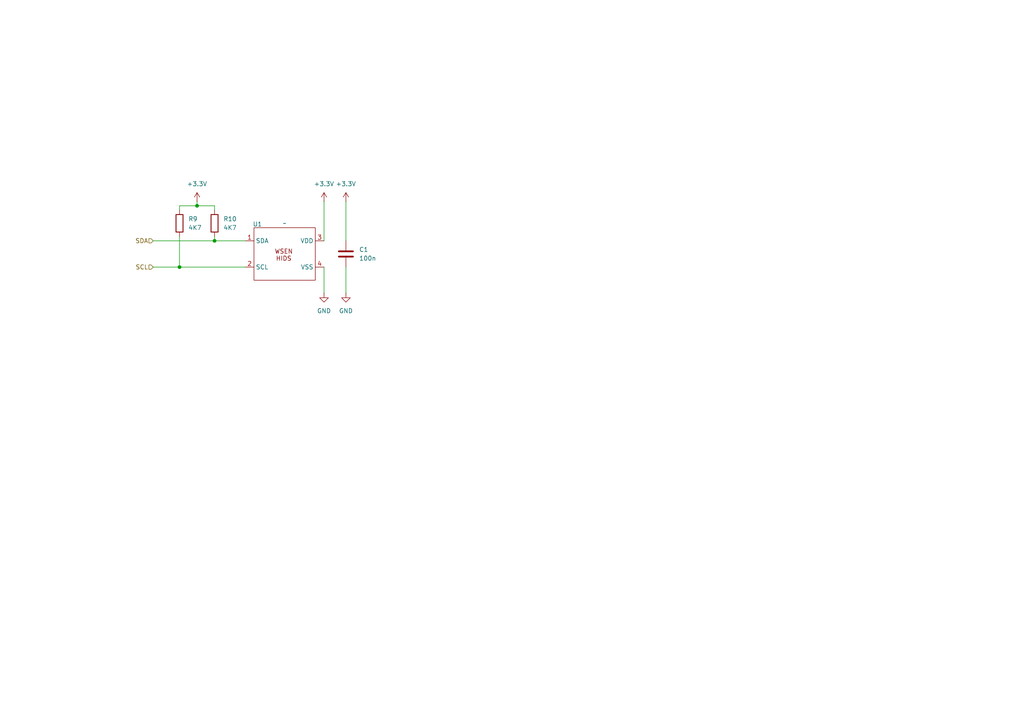
<source format=kicad_sch>
(kicad_sch
	(version 20250114)
	(generator "eeschema")
	(generator_version "9.0")
	(uuid "1f5b1452-fb2b-4839-972a-51128bfee966")
	(paper "A4")
	(lib_symbols
		(symbol "Device:C"
			(pin_numbers
				(hide yes)
			)
			(pin_names
				(offset 0.254)
			)
			(exclude_from_sim no)
			(in_bom yes)
			(on_board yes)
			(property "Reference" "C"
				(at 0.635 2.54 0)
				(effects
					(font
						(size 1.27 1.27)
					)
					(justify left)
				)
			)
			(property "Value" "C"
				(at 0.635 -2.54 0)
				(effects
					(font
						(size 1.27 1.27)
					)
					(justify left)
				)
			)
			(property "Footprint" ""
				(at 0.9652 -3.81 0)
				(effects
					(font
						(size 1.27 1.27)
					)
					(hide yes)
				)
			)
			(property "Datasheet" "~"
				(at 0 0 0)
				(effects
					(font
						(size 1.27 1.27)
					)
					(hide yes)
				)
			)
			(property "Description" "Unpolarized capacitor"
				(at 0 0 0)
				(effects
					(font
						(size 1.27 1.27)
					)
					(hide yes)
				)
			)
			(property "ki_keywords" "cap capacitor"
				(at 0 0 0)
				(effects
					(font
						(size 1.27 1.27)
					)
					(hide yes)
				)
			)
			(property "ki_fp_filters" "C_*"
				(at 0 0 0)
				(effects
					(font
						(size 1.27 1.27)
					)
					(hide yes)
				)
			)
			(symbol "C_0_1"
				(polyline
					(pts
						(xy -2.032 0.762) (xy 2.032 0.762)
					)
					(stroke
						(width 0.508)
						(type default)
					)
					(fill
						(type none)
					)
				)
				(polyline
					(pts
						(xy -2.032 -0.762) (xy 2.032 -0.762)
					)
					(stroke
						(width 0.508)
						(type default)
					)
					(fill
						(type none)
					)
				)
			)
			(symbol "C_1_1"
				(pin passive line
					(at 0 3.81 270)
					(length 2.794)
					(name "~"
						(effects
							(font
								(size 1.27 1.27)
							)
						)
					)
					(number "1"
						(effects
							(font
								(size 1.27 1.27)
							)
						)
					)
				)
				(pin passive line
					(at 0 -3.81 90)
					(length 2.794)
					(name "~"
						(effects
							(font
								(size 1.27 1.27)
							)
						)
					)
					(number "2"
						(effects
							(font
								(size 1.27 1.27)
							)
						)
					)
				)
			)
			(embedded_fonts no)
		)
		(symbol "Device:R"
			(pin_numbers
				(hide yes)
			)
			(pin_names
				(offset 0)
			)
			(exclude_from_sim no)
			(in_bom yes)
			(on_board yes)
			(property "Reference" "R"
				(at 2.032 0 90)
				(effects
					(font
						(size 1.27 1.27)
					)
				)
			)
			(property "Value" "R"
				(at 0 0 90)
				(effects
					(font
						(size 1.27 1.27)
					)
				)
			)
			(property "Footprint" ""
				(at -1.778 0 90)
				(effects
					(font
						(size 1.27 1.27)
					)
					(hide yes)
				)
			)
			(property "Datasheet" "~"
				(at 0 0 0)
				(effects
					(font
						(size 1.27 1.27)
					)
					(hide yes)
				)
			)
			(property "Description" "Resistor"
				(at 0 0 0)
				(effects
					(font
						(size 1.27 1.27)
					)
					(hide yes)
				)
			)
			(property "ki_keywords" "R res resistor"
				(at 0 0 0)
				(effects
					(font
						(size 1.27 1.27)
					)
					(hide yes)
				)
			)
			(property "ki_fp_filters" "R_*"
				(at 0 0 0)
				(effects
					(font
						(size 1.27 1.27)
					)
					(hide yes)
				)
			)
			(symbol "R_0_1"
				(rectangle
					(start -1.016 -2.54)
					(end 1.016 2.54)
					(stroke
						(width 0.254)
						(type default)
					)
					(fill
						(type none)
					)
				)
			)
			(symbol "R_1_1"
				(pin passive line
					(at 0 3.81 270)
					(length 1.27)
					(name "~"
						(effects
							(font
								(size 1.27 1.27)
							)
						)
					)
					(number "1"
						(effects
							(font
								(size 1.27 1.27)
							)
						)
					)
				)
				(pin passive line
					(at 0 -3.81 90)
					(length 1.27)
					(name "~"
						(effects
							(font
								(size 1.27 1.27)
							)
						)
					)
					(number "2"
						(effects
							(font
								(size 1.27 1.27)
							)
						)
					)
				)
			)
			(embedded_fonts no)
		)
		(symbol "WSEN-HIDS:WSEN-HIDS"
			(exclude_from_sim no)
			(in_bom yes)
			(on_board yes)
			(property "Reference" "U"
				(at -8.128 8.636 0)
				(effects
					(font
						(size 1.27 1.27)
					)
				)
			)
			(property "Value" ""
				(at 0 0 0)
				(effects
					(font
						(size 1.27 1.27)
					)
				)
			)
			(property "Footprint" "WSEN-HIDS Library:WSEN-HIDS_Footprint"
				(at 0.254 -12.446 0)
				(effects
					(font
						(size 1.27 1.27)
					)
					(hide yes)
				)
			)
			(property "Datasheet" "https://www.we-online.com/components/products/manual/UM_WSEN-HIDS_2525020210002%20(rev1.2).pdf"
				(at 5.334 -9.652 0)
				(effects
					(font
						(size 1.27 1.27)
					)
					(hide yes)
				)
			)
			(property "Description" "WSEN HIDS Humidity and Temperature Sensor"
				(at 0 -14.986 0)
				(effects
					(font
						(size 1.27 1.27)
					)
					(hide yes)
				)
			)
			(property "MPN" "2525020210002"
				(at 0 0 0)
				(effects
					(font
						(size 1.27 1.27)
					)
					(hide yes)
				)
			)
			(symbol "WSEN-HIDS_0_1"
				(rectangle
					(start -8.89 7.62)
					(end 8.89 -7.62)
					(stroke
						(width 0)
						(type default)
					)
					(fill
						(type none)
					)
				)
			)
			(symbol "WSEN-HIDS_1_1"
				(text "WSEN\nHIDS"
					(at -0.254 -0.254 0)
					(effects
						(font
							(size 1.27 1.27)
						)
					)
				)
				(pin bidirectional line
					(at -11.43 3.81 0)
					(length 2.54)
					(name "SDA"
						(effects
							(font
								(size 1.27 1.27)
							)
						)
					)
					(number "1"
						(effects
							(font
								(size 1.27 1.27)
							)
						)
					)
				)
				(pin input line
					(at -11.43 -3.81 0)
					(length 2.54)
					(name "SCL"
						(effects
							(font
								(size 1.27 1.27)
							)
						)
					)
					(number "2"
						(effects
							(font
								(size 1.27 1.27)
							)
						)
					)
				)
				(pin power_in line
					(at 11.43 3.81 180)
					(length 2.54)
					(name "VDD"
						(effects
							(font
								(size 1.27 1.27)
							)
						)
					)
					(number "3"
						(effects
							(font
								(size 1.27 1.27)
							)
						)
					)
				)
				(pin power_in line
					(at 11.43 -3.81 180)
					(length 2.54)
					(name "VSS"
						(effects
							(font
								(size 1.27 1.27)
							)
						)
					)
					(number "4"
						(effects
							(font
								(size 1.27 1.27)
							)
						)
					)
				)
			)
			(embedded_fonts no)
		)
		(symbol "power:GND"
			(power)
			(pin_numbers
				(hide yes)
			)
			(pin_names
				(offset 0)
				(hide yes)
			)
			(exclude_from_sim no)
			(in_bom yes)
			(on_board yes)
			(property "Reference" "#PWR"
				(at 0 -6.35 0)
				(effects
					(font
						(size 1.27 1.27)
					)
					(hide yes)
				)
			)
			(property "Value" "GND"
				(at 0 -3.81 0)
				(effects
					(font
						(size 1.27 1.27)
					)
				)
			)
			(property "Footprint" ""
				(at 0 0 0)
				(effects
					(font
						(size 1.27 1.27)
					)
					(hide yes)
				)
			)
			(property "Datasheet" ""
				(at 0 0 0)
				(effects
					(font
						(size 1.27 1.27)
					)
					(hide yes)
				)
			)
			(property "Description" "Power symbol creates a global label with name \"GND\" , ground"
				(at 0 0 0)
				(effects
					(font
						(size 1.27 1.27)
					)
					(hide yes)
				)
			)
			(property "ki_keywords" "global power"
				(at 0 0 0)
				(effects
					(font
						(size 1.27 1.27)
					)
					(hide yes)
				)
			)
			(symbol "GND_0_1"
				(polyline
					(pts
						(xy 0 0) (xy 0 -1.27) (xy 1.27 -1.27) (xy 0 -2.54) (xy -1.27 -1.27) (xy 0 -1.27)
					)
					(stroke
						(width 0)
						(type default)
					)
					(fill
						(type none)
					)
				)
			)
			(symbol "GND_1_1"
				(pin power_in line
					(at 0 0 270)
					(length 0)
					(name "~"
						(effects
							(font
								(size 1.27 1.27)
							)
						)
					)
					(number "1"
						(effects
							(font
								(size 1.27 1.27)
							)
						)
					)
				)
			)
			(embedded_fonts no)
		)
		(symbol "power:VDD"
			(power)
			(pin_numbers
				(hide yes)
			)
			(pin_names
				(offset 0)
				(hide yes)
			)
			(exclude_from_sim no)
			(in_bom yes)
			(on_board yes)
			(property "Reference" "#PWR"
				(at 0 -3.81 0)
				(effects
					(font
						(size 1.27 1.27)
					)
					(hide yes)
				)
			)
			(property "Value" "VDD"
				(at 0 3.556 0)
				(effects
					(font
						(size 1.27 1.27)
					)
				)
			)
			(property "Footprint" ""
				(at 0 0 0)
				(effects
					(font
						(size 1.27 1.27)
					)
					(hide yes)
				)
			)
			(property "Datasheet" ""
				(at 0 0 0)
				(effects
					(font
						(size 1.27 1.27)
					)
					(hide yes)
				)
			)
			(property "Description" "Power symbol creates a global label with name \"VDD\""
				(at 0 0 0)
				(effects
					(font
						(size 1.27 1.27)
					)
					(hide yes)
				)
			)
			(property "ki_keywords" "global power"
				(at 0 0 0)
				(effects
					(font
						(size 1.27 1.27)
					)
					(hide yes)
				)
			)
			(symbol "VDD_0_1"
				(polyline
					(pts
						(xy -0.762 1.27) (xy 0 2.54)
					)
					(stroke
						(width 0)
						(type default)
					)
					(fill
						(type none)
					)
				)
				(polyline
					(pts
						(xy 0 2.54) (xy 0.762 1.27)
					)
					(stroke
						(width 0)
						(type default)
					)
					(fill
						(type none)
					)
				)
				(polyline
					(pts
						(xy 0 0) (xy 0 2.54)
					)
					(stroke
						(width 0)
						(type default)
					)
					(fill
						(type none)
					)
				)
			)
			(symbol "VDD_1_1"
				(pin power_in line
					(at 0 0 90)
					(length 0)
					(name "~"
						(effects
							(font
								(size 1.27 1.27)
							)
						)
					)
					(number "1"
						(effects
							(font
								(size 1.27 1.27)
							)
						)
					)
				)
			)
			(embedded_fonts no)
		)
	)
	(junction
		(at 52.07 77.47)
		(diameter 0)
		(color 0 0 0 0)
		(uuid "4688e794-6652-47bd-a80c-343d6eff7509")
	)
	(junction
		(at 62.23 69.85)
		(diameter 0)
		(color 0 0 0 0)
		(uuid "4f41a427-6f68-4877-8faf-9780b24d046a")
	)
	(junction
		(at 57.15 59.69)
		(diameter 0)
		(color 0 0 0 0)
		(uuid "e0048964-b5bb-485c-a007-6ab76b6f06f9")
	)
	(wire
		(pts
			(xy 100.33 58.42) (xy 100.33 69.85)
		)
		(stroke
			(width 0)
			(type default)
		)
		(uuid "06c196c4-76e8-45ec-98bb-24085da3f910")
	)
	(wire
		(pts
			(xy 62.23 68.58) (xy 62.23 69.85)
		)
		(stroke
			(width 0)
			(type default)
		)
		(uuid "2238d988-62d0-4dc3-94e1-6778ddc909e6")
	)
	(wire
		(pts
			(xy 93.98 77.47) (xy 93.98 85.09)
		)
		(stroke
			(width 0)
			(type default)
		)
		(uuid "43c76843-fa8e-4329-8240-4dcf8f3b143a")
	)
	(wire
		(pts
			(xy 44.45 69.85) (xy 62.23 69.85)
		)
		(stroke
			(width 0)
			(type default)
		)
		(uuid "48d86434-168a-4da5-9520-90a12dba7cd5")
	)
	(wire
		(pts
			(xy 57.15 58.42) (xy 57.15 59.69)
		)
		(stroke
			(width 0)
			(type default)
		)
		(uuid "4b022e4e-20db-4869-b174-6782eac33e2c")
	)
	(wire
		(pts
			(xy 62.23 69.85) (xy 71.12 69.85)
		)
		(stroke
			(width 0)
			(type default)
		)
		(uuid "4f852fbe-dfd3-4851-8ba6-dc2826e8dbf2")
	)
	(wire
		(pts
			(xy 57.15 59.69) (xy 62.23 59.69)
		)
		(stroke
			(width 0)
			(type default)
		)
		(uuid "7bcf3a3e-05dc-4240-980e-1541076c48e9")
	)
	(wire
		(pts
			(xy 52.07 59.69) (xy 57.15 59.69)
		)
		(stroke
			(width 0)
			(type default)
		)
		(uuid "7d43300e-c597-4fa7-a37c-fa73d96ef458")
	)
	(wire
		(pts
			(xy 52.07 77.47) (xy 71.12 77.47)
		)
		(stroke
			(width 0)
			(type default)
		)
		(uuid "8ee5037a-1b47-4463-90ad-2a4e2997c393")
	)
	(wire
		(pts
			(xy 52.07 59.69) (xy 52.07 60.96)
		)
		(stroke
			(width 0)
			(type default)
		)
		(uuid "92a2cb5a-f018-49ff-88bf-de70237eaaf3")
	)
	(wire
		(pts
			(xy 44.45 77.47) (xy 52.07 77.47)
		)
		(stroke
			(width 0)
			(type default)
		)
		(uuid "bbacdf30-0211-4166-96a4-c7d90444ead9")
	)
	(wire
		(pts
			(xy 62.23 59.69) (xy 62.23 60.96)
		)
		(stroke
			(width 0)
			(type default)
		)
		(uuid "c860ecac-4b1c-4d3e-909a-9d85e3bd4e1c")
	)
	(wire
		(pts
			(xy 93.98 58.42) (xy 93.98 69.85)
		)
		(stroke
			(width 0)
			(type default)
		)
		(uuid "cfba9d3c-d8a8-4b3c-8b23-42f1eea79a28")
	)
	(wire
		(pts
			(xy 52.07 68.58) (xy 52.07 77.47)
		)
		(stroke
			(width 0)
			(type default)
		)
		(uuid "d30ce4c7-158f-4f52-b864-591ed34b3467")
	)
	(wire
		(pts
			(xy 100.33 77.47) (xy 100.33 85.09)
		)
		(stroke
			(width 0)
			(type default)
		)
		(uuid "f1e9f43f-3637-4b71-8042-d15050aa444f")
	)
	(hierarchical_label "SDA"
		(shape input)
		(at 44.45 69.85 180)
		(effects
			(font
				(size 1.27 1.27)
			)
			(justify right)
		)
		(uuid "3ca71528-51e6-4cb0-8c25-43bcc11799ce")
	)
	(hierarchical_label "SCL"
		(shape input)
		(at 44.45 77.47 180)
		(effects
			(font
				(size 1.27 1.27)
			)
			(justify right)
		)
		(uuid "8ed5e09b-0a29-4643-bfe6-63a11e3ed6ff")
	)
	(symbol
		(lib_id "power:VDD")
		(at 93.98 58.42 0)
		(unit 1)
		(exclude_from_sim no)
		(in_bom yes)
		(on_board yes)
		(dnp no)
		(fields_autoplaced yes)
		(uuid "06b5b957-0a90-47e4-83a9-64257a79da21")
		(property "Reference" "#PWR04"
			(at 93.98 62.23 0)
			(effects
				(font
					(size 1.27 1.27)
				)
				(hide yes)
			)
		)
		(property "Value" "+3.3V"
			(at 93.98 53.34 0)
			(effects
				(font
					(size 1.27 1.27)
				)
			)
		)
		(property "Footprint" ""
			(at 93.98 58.42 0)
			(effects
				(font
					(size 1.27 1.27)
				)
				(hide yes)
			)
		)
		(property "Datasheet" ""
			(at 93.98 58.42 0)
			(effects
				(font
					(size 1.27 1.27)
				)
				(hide yes)
			)
		)
		(property "Description" "Power symbol creates a global label with name \"VDD\""
			(at 93.98 58.42 0)
			(effects
				(font
					(size 1.27 1.27)
				)
				(hide yes)
			)
		)
		(pin "1"
			(uuid "58594bf3-7908-42f6-b779-4e87a807d5a6")
		)
		(instances
			(project "WSEN-HIDS_Demo_Board"
				(path "/0b9d3690-03ac-4718-a721-d774fd5bc4e6/5fe622be-2fbe-4fed-9f59-bd26a10dcc1e"
					(reference "#PWR04")
					(unit 1)
				)
			)
		)
	)
	(symbol
		(lib_id "power:VDD")
		(at 57.15 58.42 0)
		(unit 1)
		(exclude_from_sim no)
		(in_bom yes)
		(on_board yes)
		(dnp no)
		(fields_autoplaced yes)
		(uuid "6279ca7f-1b0c-4275-b889-29f661c527bf")
		(property "Reference" "#PWR01"
			(at 57.15 62.23 0)
			(effects
				(font
					(size 1.27 1.27)
				)
				(hide yes)
			)
		)
		(property "Value" "+3.3V"
			(at 57.15 53.34 0)
			(effects
				(font
					(size 1.27 1.27)
				)
			)
		)
		(property "Footprint" ""
			(at 57.15 58.42 0)
			(effects
				(font
					(size 1.27 1.27)
				)
				(hide yes)
			)
		)
		(property "Datasheet" ""
			(at 57.15 58.42 0)
			(effects
				(font
					(size 1.27 1.27)
				)
				(hide yes)
			)
		)
		(property "Description" "Power symbol creates a global label with name \"VDD\""
			(at 57.15 58.42 0)
			(effects
				(font
					(size 1.27 1.27)
				)
				(hide yes)
			)
		)
		(pin "1"
			(uuid "768c4383-9a90-48d1-b935-aebe8958430a")
		)
		(instances
			(project "WSEN-HIDS_Demo_Board"
				(path "/0b9d3690-03ac-4718-a721-d774fd5bc4e6/5fe622be-2fbe-4fed-9f59-bd26a10dcc1e"
					(reference "#PWR01")
					(unit 1)
				)
			)
		)
	)
	(symbol
		(lib_id "Device:C")
		(at 100.33 73.66 0)
		(unit 1)
		(exclude_from_sim no)
		(in_bom yes)
		(on_board yes)
		(dnp no)
		(uuid "79161dc0-7d83-4f57-aa4d-61f921568008")
		(property "Reference" "C1"
			(at 104.14 72.3899 0)
			(effects
				(font
					(size 1.27 1.27)
				)
				(justify left)
			)
		)
		(property "Value" "100n"
			(at 104.14 74.9299 0)
			(effects
				(font
					(size 1.27 1.27)
				)
				(justify left)
			)
		)
		(property "Footprint" "Capacitor_SMD:C_0603_1608Metric"
			(at 101.2952 77.47 0)
			(effects
				(font
					(size 1.27 1.27)
				)
				(hide yes)
			)
		)
		(property "Datasheet" "~"
			(at 100.33 73.66 0)
			(effects
				(font
					(size 1.27 1.27)
				)
				(hide yes)
			)
		)
		(property "Description" "Unpolarized capacitor"
			(at 100.33 73.66 0)
			(effects
				(font
					(size 1.27 1.27)
				)
				(hide yes)
			)
		)
		(property "MPN" "100n 50V X5R"
			(at 100.33 73.66 0)
			(effects
				(font
					(size 1.27 1.27)
				)
				(hide yes)
			)
		)
		(pin "1"
			(uuid "be5e0ef9-0b6f-4f21-82a8-8e5dacc4efe0")
		)
		(pin "2"
			(uuid "61ad3293-0822-4e9f-9281-d44c0cf38691")
		)
		(instances
			(project "WSEN-HIDS_Demo_Board"
				(path "/0b9d3690-03ac-4718-a721-d774fd5bc4e6/5fe622be-2fbe-4fed-9f59-bd26a10dcc1e"
					(reference "C1")
					(unit 1)
				)
			)
		)
	)
	(symbol
		(lib_id "Device:R")
		(at 62.23 64.77 0)
		(unit 1)
		(exclude_from_sim no)
		(in_bom yes)
		(on_board yes)
		(dnp no)
		(fields_autoplaced yes)
		(uuid "7f874958-ff65-41c4-9422-775d5c116f61")
		(property "Reference" "R10"
			(at 64.77 63.4999 0)
			(effects
				(font
					(size 1.27 1.27)
				)
				(justify left)
			)
		)
		(property "Value" "4K7"
			(at 64.77 66.0399 0)
			(effects
				(font
					(size 1.27 1.27)
				)
				(justify left)
			)
		)
		(property "Footprint" "Resistor_SMD:R_0603_1608Metric"
			(at 60.452 64.77 90)
			(effects
				(font
					(size 1.27 1.27)
				)
				(hide yes)
			)
		)
		(property "Datasheet" "~"
			(at 62.23 64.77 0)
			(effects
				(font
					(size 1.27 1.27)
				)
				(hide yes)
			)
		)
		(property "Description" "Resistor"
			(at 62.23 64.77 0)
			(effects
				(font
					(size 1.27 1.27)
				)
				(hide yes)
			)
		)
		(pin "2"
			(uuid "0822cb80-5f3c-46a8-b76b-005baf2a6ef8")
		)
		(pin "1"
			(uuid "5f8c8165-3775-4094-b754-d65c8c1cae5c")
		)
		(instances
			(project "WSEN-HIDS_Demo_Board"
				(path "/0b9d3690-03ac-4718-a721-d774fd5bc4e6/5fe622be-2fbe-4fed-9f59-bd26a10dcc1e"
					(reference "R10")
					(unit 1)
				)
			)
		)
	)
	(symbol
		(lib_id "power:GND")
		(at 100.33 85.09 0)
		(unit 1)
		(exclude_from_sim no)
		(in_bom yes)
		(on_board yes)
		(dnp no)
		(fields_autoplaced yes)
		(uuid "9d0ee979-12bc-4df9-8866-b0a3e1619efe")
		(property "Reference" "#PWR03"
			(at 100.33 91.44 0)
			(effects
				(font
					(size 1.27 1.27)
				)
				(hide yes)
			)
		)
		(property "Value" "GND"
			(at 100.33 90.17 0)
			(effects
				(font
					(size 1.27 1.27)
				)
			)
		)
		(property "Footprint" ""
			(at 100.33 85.09 0)
			(effects
				(font
					(size 1.27 1.27)
				)
				(hide yes)
			)
		)
		(property "Datasheet" ""
			(at 100.33 85.09 0)
			(effects
				(font
					(size 1.27 1.27)
				)
				(hide yes)
			)
		)
		(property "Description" "Power symbol creates a global label with name \"GND\" , ground"
			(at 100.33 85.09 0)
			(effects
				(font
					(size 1.27 1.27)
				)
				(hide yes)
			)
		)
		(pin "1"
			(uuid "b9849a5a-e77c-4efc-b8e7-417d8e9f2de2")
		)
		(instances
			(project "WSEN-HIDS_Demo_Board"
				(path "/0b9d3690-03ac-4718-a721-d774fd5bc4e6/5fe622be-2fbe-4fed-9f59-bd26a10dcc1e"
					(reference "#PWR03")
					(unit 1)
				)
			)
		)
	)
	(symbol
		(lib_id "Device:R")
		(at 52.07 64.77 0)
		(unit 1)
		(exclude_from_sim no)
		(in_bom yes)
		(on_board yes)
		(dnp no)
		(uuid "ad1a496a-e43c-4e06-bf7a-af070fbe8c0f")
		(property "Reference" "R9"
			(at 54.61 63.4999 0)
			(effects
				(font
					(size 1.27 1.27)
				)
				(justify left)
			)
		)
		(property "Value" "4K7"
			(at 54.61 66.0399 0)
			(effects
				(font
					(size 1.27 1.27)
				)
				(justify left)
			)
		)
		(property "Footprint" "Resistor_SMD:R_0603_1608Metric"
			(at 50.292 64.77 90)
			(effects
				(font
					(size 1.27 1.27)
				)
				(hide yes)
			)
		)
		(property "Datasheet" "~"
			(at 52.07 64.77 0)
			(effects
				(font
					(size 1.27 1.27)
				)
				(hide yes)
			)
		)
		(property "Description" "Resistor"
			(at 52.07 64.77 0)
			(effects
				(font
					(size 1.27 1.27)
				)
				(hide yes)
			)
		)
		(pin "2"
			(uuid "35407b3c-f8a8-4daf-812d-fdb32f099d7b")
		)
		(pin "1"
			(uuid "a5a1bbba-bbd0-45fd-8393-318717a2dc65")
		)
		(instances
			(project "WSEN-HIDS_Demo_Board"
				(path "/0b9d3690-03ac-4718-a721-d774fd5bc4e6/5fe622be-2fbe-4fed-9f59-bd26a10dcc1e"
					(reference "R9")
					(unit 1)
				)
			)
		)
	)
	(symbol
		(lib_id "power:GND")
		(at 93.98 85.09 0)
		(unit 1)
		(exclude_from_sim no)
		(in_bom yes)
		(on_board yes)
		(dnp no)
		(fields_autoplaced yes)
		(uuid "af2e9e22-5947-4fc7-9e61-463c5423324c")
		(property "Reference" "#PWR05"
			(at 93.98 91.44 0)
			(effects
				(font
					(size 1.27 1.27)
				)
				(hide yes)
			)
		)
		(property "Value" "GND"
			(at 93.98 90.17 0)
			(effects
				(font
					(size 1.27 1.27)
				)
			)
		)
		(property "Footprint" ""
			(at 93.98 85.09 0)
			(effects
				(font
					(size 1.27 1.27)
				)
				(hide yes)
			)
		)
		(property "Datasheet" ""
			(at 93.98 85.09 0)
			(effects
				(font
					(size 1.27 1.27)
				)
				(hide yes)
			)
		)
		(property "Description" "Power symbol creates a global label with name \"GND\" , ground"
			(at 93.98 85.09 0)
			(effects
				(font
					(size 1.27 1.27)
				)
				(hide yes)
			)
		)
		(pin "1"
			(uuid "3635f746-f473-4234-9454-f1db71e3c1be")
		)
		(instances
			(project "WSEN-HIDS_Demo_Board"
				(path "/0b9d3690-03ac-4718-a721-d774fd5bc4e6/5fe622be-2fbe-4fed-9f59-bd26a10dcc1e"
					(reference "#PWR05")
					(unit 1)
				)
			)
		)
	)
	(symbol
		(lib_id "WSEN-HIDS:WSEN-HIDS")
		(at 82.55 73.66 0)
		(unit 1)
		(exclude_from_sim no)
		(in_bom yes)
		(on_board yes)
		(dnp no)
		(uuid "b1d0803a-e057-497d-b4f1-a924a5633056")
		(property "Reference" "U1"
			(at 74.676 65.024 0)
			(effects
				(font
					(size 1.27 1.27)
				)
			)
		)
		(property "Value" "~"
			(at 82.55 64.77 0)
			(effects
				(font
					(size 1.27 1.27)
				)
			)
		)
		(property "Footprint" "WSEN-HIDS Library:WSEN-HIDS_Footprint"
			(at 82.55 73.66 0)
			(effects
				(font
					(size 1.27 1.27)
				)
				(hide yes)
			)
		)
		(property "Datasheet" "https://www.we-online.com/components/products/manual/UM_WSEN-HIDS_2525020210002%20(rev1.2).pdf"
			(at 82.55 73.66 0)
			(effects
				(font
					(size 1.27 1.27)
				)
				(hide yes)
			)
		)
		(property "Description" "WSEN HIDS Humidity and Temperature Sensor"
			(at 82.55 73.66 0)
			(effects
				(font
					(size 1.27 1.27)
				)
				(hide yes)
			)
		)
		(property "MPN" "2525020210002"
			(at 82.55 73.66 0)
			(effects
				(font
					(size 1.27 1.27)
				)
				(hide yes)
			)
		)
		(pin "3"
			(uuid "452310ac-8e76-4020-827e-23f1440cab47")
		)
		(pin "4"
			(uuid "5d8c5058-ea3c-40a1-acb0-001899bc5ad8")
		)
		(pin "2"
			(uuid "56172a0e-b688-4ae4-9c78-d604d6a6bcb2")
		)
		(pin "1"
			(uuid "b3d730e2-3dde-43a6-8216-8c420706c988")
		)
		(instances
			(project "WSEN-HIDS_Demo_Board"
				(path "/0b9d3690-03ac-4718-a721-d774fd5bc4e6/5fe622be-2fbe-4fed-9f59-bd26a10dcc1e"
					(reference "U1")
					(unit 1)
				)
			)
		)
	)
	(symbol
		(lib_id "power:VDD")
		(at 100.33 58.42 0)
		(unit 1)
		(exclude_from_sim no)
		(in_bom yes)
		(on_board yes)
		(dnp no)
		(fields_autoplaced yes)
		(uuid "c9951ae3-348f-4a59-af29-ddb9817d9c76")
		(property "Reference" "#PWR02"
			(at 100.33 62.23 0)
			(effects
				(font
					(size 1.27 1.27)
				)
				(hide yes)
			)
		)
		(property "Value" "+3.3V"
			(at 100.33 53.34 0)
			(effects
				(font
					(size 1.27 1.27)
				)
			)
		)
		(property "Footprint" ""
			(at 100.33 58.42 0)
			(effects
				(font
					(size 1.27 1.27)
				)
				(hide yes)
			)
		)
		(property "Datasheet" ""
			(at 100.33 58.42 0)
			(effects
				(font
					(size 1.27 1.27)
				)
				(hide yes)
			)
		)
		(property "Description" "Power symbol creates a global label with name \"VDD\""
			(at 100.33 58.42 0)
			(effects
				(font
					(size 1.27 1.27)
				)
				(hide yes)
			)
		)
		(pin "1"
			(uuid "e20fe42a-1db5-4078-8f36-d0e52d59546e")
		)
		(instances
			(project "WSEN-HIDS_Demo_Board"
				(path "/0b9d3690-03ac-4718-a721-d774fd5bc4e6/5fe622be-2fbe-4fed-9f59-bd26a10dcc1e"
					(reference "#PWR02")
					(unit 1)
				)
			)
		)
	)
)

</source>
